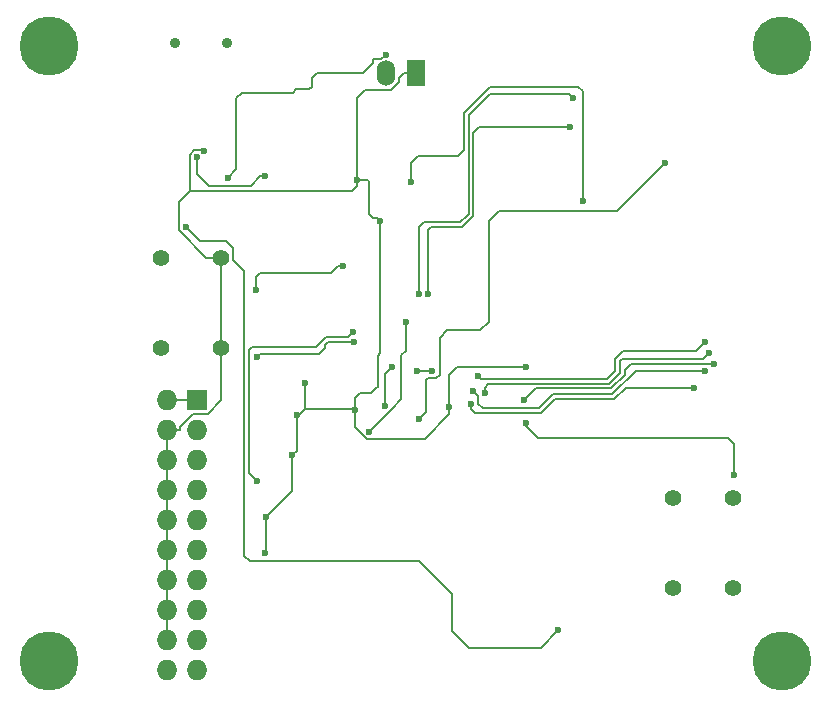
<source format=gbl>
G04 #@! TF.FileFunction,Copper,L2,Bot,Signal*
%FSLAX46Y46*%
G04 Gerber Fmt 4.6, Leading zero omitted, Abs format (unit mm)*
G04 Created by KiCad (PCBNEW 4.0.1-3.201512161002+6197~38~ubuntu14.04.1-stable) date pet 18 dec 2015 18:38:33 CET*
%MOMM*%
G01*
G04 APERTURE LIST*
%ADD10C,0.100000*%
%ADD11C,5.000000*%
%ADD12C,0.900000*%
%ADD13R,1.727200X1.727200*%
%ADD14O,1.727200X1.727200*%
%ADD15R,1.524000X2.197100*%
%ADD16O,1.524000X2.197100*%
%ADD17C,1.397000*%
%ADD18C,0.600000*%
%ADD19C,0.200000*%
G04 APERTURE END LIST*
D10*
D11*
X147000000Y-70000000D03*
X147000000Y-122000000D03*
X85000000Y-122000000D03*
D12*
X100076000Y-69718000D03*
X95676000Y-69718000D03*
D13*
X97475000Y-99915000D03*
D14*
X94935000Y-99915000D03*
X97475000Y-102455000D03*
X94935000Y-102455000D03*
X97475000Y-104995000D03*
X94935000Y-104995000D03*
X97475000Y-107535000D03*
X94935000Y-107535000D03*
X97475000Y-110075000D03*
X94935000Y-110075000D03*
X97475000Y-112615000D03*
X94935000Y-112615000D03*
X97475000Y-115155000D03*
X94935000Y-115155000D03*
X97475000Y-117695000D03*
X94935000Y-117695000D03*
X97475000Y-120235000D03*
X94935000Y-120235000D03*
X97475000Y-122775000D03*
X94935000Y-122775000D03*
D15*
X116078000Y-72212200D03*
D16*
X113538000Y-72212200D03*
D17*
X99568000Y-95504000D03*
X94488000Y-95504000D03*
X99568000Y-87884000D03*
X94488000Y-87884000D03*
D11*
X85000000Y-70000000D03*
D17*
X137835000Y-108240000D03*
X142915000Y-108240000D03*
X137835000Y-115860000D03*
X142915000Y-115860000D03*
D18*
X115600000Y-81500000D03*
X130200000Y-83100000D03*
X97500000Y-79400000D03*
X103300000Y-81000000D03*
X102500000Y-90600000D03*
X109900000Y-88600000D03*
X116325000Y-101550000D03*
X137100000Y-79900000D03*
X125400000Y-97150000D03*
X98079000Y-78833400D03*
X106606800Y-98508800D03*
X103337200Y-109850000D03*
X103257200Y-112925000D03*
X110875200Y-100737500D03*
X111014000Y-81280000D03*
X118837800Y-100533000D03*
X113030000Y-84803700D03*
X105969300Y-101211700D03*
X105587900Y-104600000D03*
X129100000Y-76800000D03*
X117100000Y-91000000D03*
X129350000Y-74350000D03*
X116300000Y-91000000D03*
X96600000Y-85300000D03*
X128100000Y-119400000D03*
X100100000Y-81100000D03*
X113500000Y-70700000D03*
X121325000Y-97900000D03*
X140500000Y-95025000D03*
X121854369Y-99300003D03*
X140835046Y-95962759D03*
X125225000Y-99900010D03*
X141300000Y-96900000D03*
X120900000Y-99175000D03*
X140503035Y-97500010D03*
X139550000Y-98875000D03*
X120700000Y-100300000D03*
X117400000Y-97499990D03*
X116100000Y-97500000D03*
X110832000Y-94989100D03*
X102550000Y-96250000D03*
X115157000Y-93342900D03*
X112100000Y-102600000D03*
X102600000Y-106800000D03*
X110700000Y-94200000D03*
X113975000Y-97125000D03*
X113400000Y-100400000D03*
X142950000Y-106275000D03*
X125325000Y-101850000D03*
D19*
X130200000Y-83100000D02*
X130200000Y-73800000D01*
X130200000Y-73800000D02*
X129800000Y-73400000D01*
X129800000Y-73400000D02*
X122334000Y-73400000D01*
X122334000Y-73400000D02*
X120099980Y-75634020D01*
X120099980Y-75634020D02*
X120099980Y-78800020D01*
X119600000Y-79300000D02*
X116200000Y-79300000D01*
X115600000Y-79900000D02*
X115600000Y-81500000D01*
X120099980Y-78800020D02*
X119600000Y-79300000D01*
X116200000Y-79300000D02*
X115600000Y-79900000D01*
X97500000Y-80800000D02*
X97500000Y-79400000D01*
X98500000Y-81800000D02*
X97500000Y-80800000D01*
X102076000Y-81800000D02*
X98500000Y-81800000D01*
X102876000Y-81000000D02*
X102076000Y-81800000D01*
X103300000Y-81000000D02*
X102876000Y-81000000D01*
X102500000Y-89500000D02*
X102500000Y-90600000D01*
X102800000Y-89200000D02*
X102500000Y-89500000D01*
X108876000Y-89200000D02*
X102800000Y-89200000D01*
X109476000Y-88600000D02*
X108876000Y-89200000D01*
X109900000Y-88600000D02*
X109476000Y-88600000D01*
X97475000Y-99915000D02*
X94935000Y-99915000D01*
X116325000Y-101550000D02*
X116925000Y-100950000D01*
X117775000Y-98100000D02*
X118050000Y-97825000D01*
X133100000Y-83900000D02*
X137100000Y-79900000D01*
X116925000Y-100950000D02*
X116925000Y-98275000D01*
X116925000Y-98275000D02*
X117100000Y-98100000D01*
X117100000Y-98100000D02*
X117775000Y-98100000D01*
X122200000Y-93300000D02*
X122200000Y-84800000D01*
X118050000Y-97825000D02*
X118050000Y-94650000D01*
X118050000Y-94650000D02*
X118700000Y-94000000D01*
X118700000Y-94000000D02*
X121500000Y-94000000D01*
X121500000Y-94000000D02*
X122200000Y-93300000D01*
X122200000Y-84800000D02*
X123100000Y-83900000D01*
X123100000Y-83900000D02*
X133100000Y-83900000D01*
X125400000Y-97150000D02*
X125361500Y-97111500D01*
X125361500Y-97111500D02*
X119513500Y-97111500D01*
X119513500Y-97111500D02*
X118837800Y-97787200D01*
X118837800Y-97787200D02*
X118837800Y-100095900D01*
X118837800Y-100095900D02*
X118837800Y-100533000D01*
X113030000Y-84803700D02*
X113030000Y-95941998D01*
X113030000Y-95941998D02*
X112799600Y-96172398D01*
X112799600Y-96172398D02*
X112799600Y-98813100D01*
X112050000Y-81400000D02*
X111930000Y-81280000D01*
X111930000Y-81280000D02*
X111014000Y-81280000D01*
X112050000Y-84150000D02*
X112050000Y-81400000D01*
X112403701Y-84503701D02*
X112050000Y-84150000D01*
X113030000Y-84803700D02*
X112730001Y-84503701D01*
X112730001Y-84503701D02*
X112403701Y-84503701D01*
X110632400Y-82217600D02*
X111014000Y-81836000D01*
X111014000Y-81836000D02*
X111014000Y-81280000D01*
X110115600Y-82217600D02*
X110632400Y-82217600D01*
X116078000Y-72212200D02*
X115015700Y-72212200D01*
X113938658Y-73650000D02*
X111750000Y-73650000D01*
X115015700Y-72212200D02*
X115015700Y-72284300D01*
X115015700Y-72284300D02*
X114600010Y-72699990D01*
X114600010Y-72699990D02*
X114600010Y-73049990D01*
X114600010Y-73049990D02*
X114300000Y-73350000D01*
X114300000Y-73350000D02*
X114238658Y-73350000D01*
X111014000Y-74386000D02*
X111014000Y-81280000D01*
X114238658Y-73350000D02*
X113938658Y-73650000D01*
X111750000Y-73650000D02*
X111014000Y-74386000D01*
X111300000Y-99350000D02*
X110875200Y-99774800D01*
X110875200Y-99774800D02*
X110875200Y-100737500D01*
X112200000Y-99350000D02*
X111300000Y-99350000D01*
X112736900Y-98813100D02*
X112200000Y-99350000D01*
X112799600Y-98813100D02*
X112736900Y-98813100D01*
X94935000Y-120235000D02*
X94935000Y-117695000D01*
X94935000Y-117695000D02*
X94935000Y-115155000D01*
X94935000Y-110075000D02*
X94935000Y-107535000D01*
X94935000Y-107535000D02*
X94935000Y-104995000D01*
X94935000Y-104995000D02*
X94935000Y-102455000D01*
X99568000Y-87884000D02*
X99568000Y-95504000D01*
X96098900Y-102183700D02*
X96098900Y-102455000D01*
X97203600Y-101079000D02*
X96098900Y-102183700D01*
X98462900Y-101079000D02*
X97203600Y-101079000D01*
X99568000Y-99973900D02*
X98462900Y-101079000D01*
X99568000Y-95504000D02*
X99568000Y-99973900D01*
X94935000Y-102455000D02*
X96098900Y-102455000D01*
X103337200Y-112845000D02*
X103337200Y-109850000D01*
X103257200Y-112925000D02*
X103337200Y-112845000D01*
X95960100Y-83154500D02*
X96897000Y-82217600D01*
X95960100Y-85579900D02*
X95960100Y-83154500D01*
X98264200Y-87884000D02*
X95960100Y-85579900D01*
X99568000Y-87884000D02*
X98264200Y-87884000D01*
X98045200Y-78799600D02*
X98079000Y-78833400D01*
X97249600Y-78799600D02*
X98045200Y-78799600D01*
X96897000Y-79152200D02*
X97249600Y-78799600D01*
X96897000Y-82217600D02*
X96897000Y-79152200D01*
X94935000Y-110075000D02*
X94935000Y-112615000D01*
X94935000Y-112615000D02*
X94935000Y-115155000D01*
X118837800Y-101159900D02*
X118837800Y-100533000D01*
X116771900Y-103225800D02*
X118837800Y-101159900D01*
X111862200Y-103225800D02*
X116771900Y-103225800D01*
X110875200Y-102238800D02*
X111862200Y-103225800D01*
X110875200Y-100737500D02*
X110875200Y-102238800D01*
X110115600Y-82217600D02*
X110164600Y-82168600D01*
X96897000Y-82217600D02*
X110115600Y-82217600D01*
X111014000Y-81319200D02*
X111014000Y-81280000D01*
X106606800Y-98508800D02*
X106606800Y-100712500D01*
X110850200Y-100712500D02*
X110875200Y-100737500D01*
X106606800Y-100712500D02*
X110850200Y-100712500D01*
X106107600Y-101211700D02*
X105969300Y-101211700D01*
X106606800Y-100712500D02*
X106107600Y-101211700D01*
X105969300Y-104218600D02*
X105587900Y-104600000D01*
X105969300Y-101211700D02*
X105969300Y-104218600D01*
X105587900Y-107599300D02*
X103337200Y-109850000D01*
X105587900Y-104600000D02*
X105587900Y-107599300D01*
X117299990Y-85300010D02*
X117100000Y-85500000D01*
X117100000Y-85500000D02*
X117100000Y-90575736D01*
X119965951Y-85300010D02*
X117299990Y-85300010D01*
X120900000Y-84365961D02*
X119965951Y-85300010D01*
X117100000Y-91000000D02*
X117100000Y-90575736D01*
X120900000Y-84365961D02*
X120900000Y-77300000D01*
X121400000Y-76800000D02*
X129100000Y-76800000D01*
X120900000Y-77300000D02*
X121400000Y-76800000D01*
X116300000Y-85300000D02*
X116300000Y-91000000D01*
X129350000Y-74350000D02*
X129000000Y-74000000D01*
X129000000Y-74000000D02*
X122300000Y-74000000D01*
X120499990Y-75800010D02*
X120499990Y-84200010D01*
X122300000Y-74000000D02*
X120499990Y-75800010D01*
X120499990Y-84200010D02*
X120375011Y-84324989D01*
X120375011Y-84324989D02*
X120375011Y-84325069D01*
X120375011Y-84325069D02*
X119800262Y-84900000D01*
X119800262Y-84900000D02*
X116700000Y-84900000D01*
X116700000Y-84900000D02*
X116300000Y-85300000D01*
X101975000Y-113600000D02*
X101499990Y-113124990D01*
X101499990Y-113124990D02*
X101499990Y-89000010D01*
X101499990Y-89000010D02*
X101500000Y-89000000D01*
X116300000Y-113600000D02*
X101975000Y-113600000D01*
X97800000Y-86500000D02*
X96600000Y-85300000D01*
X100000000Y-86500000D02*
X97800000Y-86500000D01*
X100567000Y-87066500D02*
X100000000Y-86500000D01*
X100567000Y-88066500D02*
X100567000Y-87066500D01*
X101500000Y-89000000D02*
X100567000Y-88066500D01*
X119100000Y-116400000D02*
X116300000Y-113600000D01*
X119100000Y-119500000D02*
X119100000Y-116400000D01*
X120500000Y-120900000D02*
X119100000Y-119500000D01*
X126600000Y-120900000D02*
X120500000Y-120900000D01*
X128100000Y-119400000D02*
X126600000Y-120900000D01*
X113100000Y-71100000D02*
X113500000Y-70700000D01*
X112400000Y-71100000D02*
X113100000Y-71100000D01*
X112400000Y-71400000D02*
X112400000Y-71100000D01*
X111588000Y-72212200D02*
X112400000Y-71400000D01*
X107688000Y-72212200D02*
X111588000Y-72212200D01*
X107200000Y-72700000D02*
X107688000Y-72212200D01*
X107200000Y-73400000D02*
X107200000Y-72700000D01*
X107000000Y-73600000D02*
X107200000Y-73400000D01*
X105900000Y-73600000D02*
X107000000Y-73600000D01*
X105600000Y-73900000D02*
X105900000Y-73600000D01*
X101300000Y-73900000D02*
X105600000Y-73900000D01*
X100800000Y-74400000D02*
X101300000Y-73900000D01*
X100800000Y-80400000D02*
X100800000Y-74400000D01*
X100100000Y-81100000D02*
X100800000Y-80400000D01*
X122500000Y-98150000D02*
X121575000Y-98150000D01*
X121575000Y-98150000D02*
X121325000Y-97900000D01*
X139725000Y-95800000D02*
X140500000Y-95025000D01*
X133575000Y-95800000D02*
X139725000Y-95800000D01*
X132925000Y-96450000D02*
X133575000Y-95800000D01*
X132925000Y-97450000D02*
X132925000Y-96450000D01*
X132225000Y-98150000D02*
X132925000Y-97450000D01*
X131850000Y-98150000D02*
X132225000Y-98150000D01*
X131850000Y-98150000D02*
X122500000Y-98150000D01*
X121854369Y-99300003D02*
X121854369Y-98875739D01*
X121854369Y-98875739D02*
X122180098Y-98550010D01*
X122180098Y-98550010D02*
X132390689Y-98550010D01*
X132390689Y-98550010D02*
X133325010Y-97615689D01*
X133325010Y-97615689D02*
X133325010Y-96615688D01*
X133325010Y-96615688D02*
X133515698Y-96425000D01*
X133515698Y-96425000D02*
X140372805Y-96425000D01*
X140372805Y-96425000D02*
X140835046Y-95962759D01*
X121854369Y-99300003D02*
X121854372Y-99300000D01*
X132556378Y-98950020D02*
X126174990Y-98950020D01*
X126174990Y-98950020D02*
X125225000Y-99900010D01*
X133725020Y-97399979D02*
X133725020Y-97781378D01*
X133725020Y-97781378D02*
X132556378Y-98950020D01*
X141300000Y-96900000D02*
X134224999Y-96900000D01*
X134224999Y-96900000D02*
X133725020Y-97399979D01*
X125225000Y-99900010D02*
X125374990Y-100050000D01*
X141225010Y-96825010D02*
X141300000Y-96900000D01*
X126400010Y-100649990D02*
X121699990Y-100649990D01*
X121199999Y-99474999D02*
X120900000Y-99175000D01*
X121699990Y-100649990D02*
X121300001Y-100250001D01*
X121300001Y-100250001D02*
X121300001Y-99575001D01*
X121300001Y-99575001D02*
X121199999Y-99474999D01*
X126484311Y-100631689D02*
X126418311Y-100631689D01*
X126418311Y-100631689D02*
X126400010Y-100649990D01*
X127650000Y-99465137D02*
X127650000Y-99466000D01*
X127650000Y-99466000D02*
X126484311Y-100631689D01*
X132666261Y-99465137D02*
X134631388Y-97500010D01*
X134631388Y-97500010D02*
X140503035Y-97500010D01*
X127650000Y-99465137D02*
X132666261Y-99465137D01*
X126650000Y-101050000D02*
X121025736Y-101050000D01*
X121025736Y-101050000D02*
X120700000Y-100724264D01*
X120700000Y-100724264D02*
X120700000Y-100300000D01*
X120700000Y-100300000D02*
X120700000Y-100416000D01*
X126650000Y-101031699D02*
X127816552Y-99865147D01*
X126650000Y-101050000D02*
X126650000Y-101031699D01*
X133822096Y-98875000D02*
X139550000Y-98875000D01*
X127816552Y-99865147D02*
X132831950Y-99865147D01*
X132831950Y-99865147D02*
X133822096Y-98875000D01*
X116100000Y-97500000D02*
X117399990Y-97500000D01*
X117399990Y-97500000D02*
X117400000Y-97499990D01*
X108300010Y-95299990D02*
X108610900Y-94989100D01*
X108610900Y-94989100D02*
X110832000Y-94989100D01*
X108300010Y-95565689D02*
X108300010Y-95299990D01*
X107865689Y-96000010D02*
X108300010Y-95565689D01*
X102849990Y-96000010D02*
X107865689Y-96000010D01*
X102550000Y-96250000D02*
X102600000Y-96250000D01*
X102600000Y-96250000D02*
X102849990Y-96000010D01*
X102550000Y-96250000D02*
X102550000Y-96200000D01*
X114812000Y-96088000D02*
X114812000Y-99888000D01*
X114812000Y-99888000D02*
X114000000Y-100700000D01*
X115157000Y-95742900D02*
X115157000Y-93342900D01*
X114812000Y-96088000D02*
X115157000Y-95742900D01*
X114812000Y-96100000D02*
X114812000Y-96088000D01*
X112100000Y-102600000D02*
X114000000Y-100700000D01*
X102600000Y-106800000D02*
X101900000Y-106100000D01*
X101900000Y-106100000D02*
X101900000Y-95675000D01*
X107584302Y-95450000D02*
X108445210Y-94589092D01*
X108445210Y-94589092D02*
X110310908Y-94589092D01*
X110310908Y-94589092D02*
X110700000Y-94200000D01*
X101900000Y-95675000D02*
X102125000Y-95450000D01*
X102125000Y-95450000D02*
X107584302Y-95450000D01*
X113400000Y-100400000D02*
X113400000Y-97700000D01*
X113400000Y-97700000D02*
X113975000Y-97125000D01*
X142475000Y-103175000D02*
X142950000Y-103650000D01*
X142950000Y-103650000D02*
X142950000Y-106275000D01*
X126400000Y-103175000D02*
X142475000Y-103175000D01*
X126400000Y-103175000D02*
X125325000Y-102100000D01*
X125325000Y-102100000D02*
X125325000Y-101850000D01*
M02*

</source>
